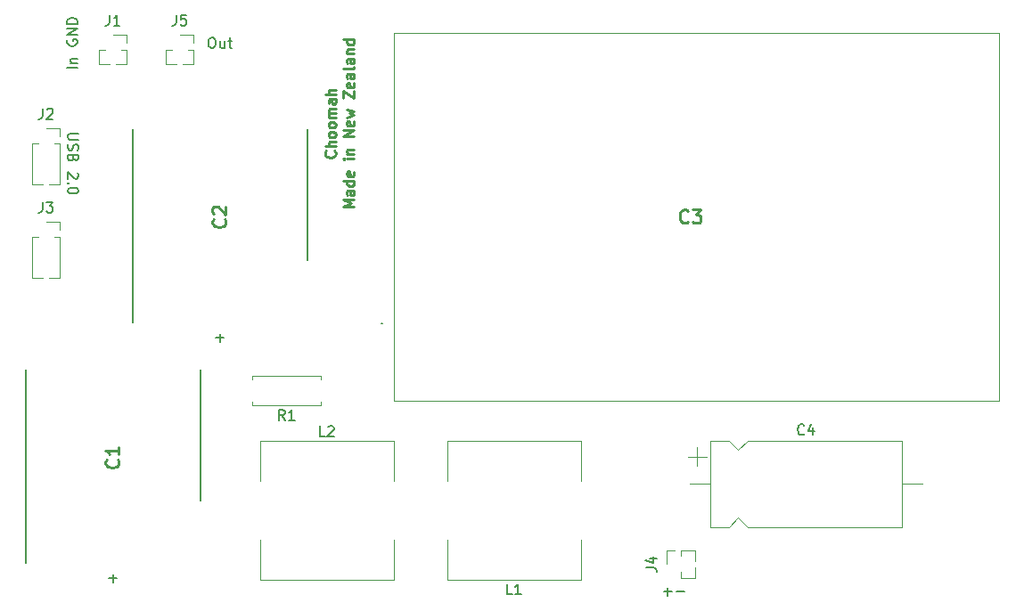
<source format=gbr>
%TF.GenerationSoftware,KiCad,Pcbnew,(5.1.10)-1*%
%TF.CreationDate,2021-08-13T16:37:02+12:00*%
%TF.ProjectId,pcbOutput,7063624f-7574-4707-9574-2e6b69636164,rev?*%
%TF.SameCoordinates,Original*%
%TF.FileFunction,Legend,Top*%
%TF.FilePolarity,Positive*%
%FSLAX46Y46*%
G04 Gerber Fmt 4.6, Leading zero omitted, Abs format (unit mm)*
G04 Created by KiCad (PCBNEW (5.1.10)-1) date 2021-08-13 16:37:02*
%MOMM*%
%LPD*%
G01*
G04 APERTURE LIST*
%ADD10C,0.150000*%
%ADD11C,0.250000*%
%ADD12C,0.120000*%
%ADD13C,0.200000*%
%ADD14C,0.100000*%
%ADD15C,0.254000*%
G04 APERTURE END LIST*
D10*
X34837619Y-47966666D02*
X34028095Y-47966666D01*
X33932857Y-48014285D01*
X33885238Y-48061904D01*
X33837619Y-48157142D01*
X33837619Y-48347619D01*
X33885238Y-48442857D01*
X33932857Y-48490476D01*
X34028095Y-48538095D01*
X34837619Y-48538095D01*
X33885238Y-48966666D02*
X33837619Y-49109523D01*
X33837619Y-49347619D01*
X33885238Y-49442857D01*
X33932857Y-49490476D01*
X34028095Y-49538095D01*
X34123333Y-49538095D01*
X34218571Y-49490476D01*
X34266190Y-49442857D01*
X34313809Y-49347619D01*
X34361428Y-49157142D01*
X34409047Y-49061904D01*
X34456666Y-49014285D01*
X34551904Y-48966666D01*
X34647142Y-48966666D01*
X34742380Y-49014285D01*
X34790000Y-49061904D01*
X34837619Y-49157142D01*
X34837619Y-49395238D01*
X34790000Y-49538095D01*
X34361428Y-50300000D02*
X34313809Y-50442857D01*
X34266190Y-50490476D01*
X34170952Y-50538095D01*
X34028095Y-50538095D01*
X33932857Y-50490476D01*
X33885238Y-50442857D01*
X33837619Y-50347619D01*
X33837619Y-49966666D01*
X34837619Y-49966666D01*
X34837619Y-50300000D01*
X34790000Y-50395238D01*
X34742380Y-50442857D01*
X34647142Y-50490476D01*
X34551904Y-50490476D01*
X34456666Y-50442857D01*
X34409047Y-50395238D01*
X34361428Y-50300000D01*
X34361428Y-49966666D01*
X34742380Y-51680952D02*
X34790000Y-51728571D01*
X34837619Y-51823809D01*
X34837619Y-52061904D01*
X34790000Y-52157142D01*
X34742380Y-52204761D01*
X34647142Y-52252380D01*
X34551904Y-52252380D01*
X34409047Y-52204761D01*
X33837619Y-51633333D01*
X33837619Y-52252380D01*
X33932857Y-52680952D02*
X33885238Y-52728571D01*
X33837619Y-52680952D01*
X33885238Y-52633333D01*
X33932857Y-52680952D01*
X33837619Y-52680952D01*
X34837619Y-53347619D02*
X34837619Y-53442857D01*
X34790000Y-53538095D01*
X34742380Y-53585714D01*
X34647142Y-53633333D01*
X34456666Y-53680952D01*
X34218571Y-53680952D01*
X34028095Y-53633333D01*
X33932857Y-53585714D01*
X33885238Y-53538095D01*
X33837619Y-53442857D01*
X33837619Y-53347619D01*
X33885238Y-53252380D01*
X33932857Y-53204761D01*
X34028095Y-53157142D01*
X34218571Y-53109523D01*
X34456666Y-53109523D01*
X34647142Y-53157142D01*
X34742380Y-53204761D01*
X34790000Y-53252380D01*
X34837619Y-53347619D01*
X47879047Y-67381428D02*
X48640952Y-67381428D01*
X48260000Y-67762380D02*
X48260000Y-67000476D01*
X37719047Y-90241428D02*
X38480952Y-90241428D01*
X38100000Y-90622380D02*
X38100000Y-89860476D01*
X90440000Y-91511428D02*
X91201904Y-91511428D01*
X90820952Y-91892380D02*
X90820952Y-91130476D01*
X91678095Y-91511428D02*
X92440000Y-91511428D01*
X47426666Y-38822380D02*
X47617142Y-38822380D01*
X47712380Y-38870000D01*
X47807619Y-38965238D01*
X47855238Y-39155714D01*
X47855238Y-39489047D01*
X47807619Y-39679523D01*
X47712380Y-39774761D01*
X47617142Y-39822380D01*
X47426666Y-39822380D01*
X47331428Y-39774761D01*
X47236190Y-39679523D01*
X47188571Y-39489047D01*
X47188571Y-39155714D01*
X47236190Y-38965238D01*
X47331428Y-38870000D01*
X47426666Y-38822380D01*
X48712380Y-39155714D02*
X48712380Y-39822380D01*
X48283809Y-39155714D02*
X48283809Y-39679523D01*
X48331428Y-39774761D01*
X48426666Y-39822380D01*
X48569523Y-39822380D01*
X48664761Y-39774761D01*
X48712380Y-39727142D01*
X49045714Y-39155714D02*
X49426666Y-39155714D01*
X49188571Y-38822380D02*
X49188571Y-39679523D01*
X49236190Y-39774761D01*
X49331428Y-39822380D01*
X49426666Y-39822380D01*
X34742380Y-41727142D02*
X33742380Y-41727142D01*
X34075714Y-41250952D02*
X34742380Y-41250952D01*
X34170952Y-41250952D02*
X34123333Y-41203333D01*
X34075714Y-41108095D01*
X34075714Y-40965238D01*
X34123333Y-40870000D01*
X34218571Y-40822380D01*
X34742380Y-40822380D01*
X33790000Y-39060476D02*
X33742380Y-39155714D01*
X33742380Y-39298571D01*
X33790000Y-39441428D01*
X33885238Y-39536666D01*
X33980476Y-39584285D01*
X34170952Y-39631904D01*
X34313809Y-39631904D01*
X34504285Y-39584285D01*
X34599523Y-39536666D01*
X34694761Y-39441428D01*
X34742380Y-39298571D01*
X34742380Y-39203333D01*
X34694761Y-39060476D01*
X34647142Y-39012857D01*
X34313809Y-39012857D01*
X34313809Y-39203333D01*
X34742380Y-38584285D02*
X33742380Y-38584285D01*
X34742380Y-38012857D01*
X33742380Y-38012857D01*
X34742380Y-37536666D02*
X33742380Y-37536666D01*
X33742380Y-37298571D01*
X33790000Y-37155714D01*
X33885238Y-37060476D01*
X33980476Y-37012857D01*
X34170952Y-36965238D01*
X34313809Y-36965238D01*
X34504285Y-37012857D01*
X34599523Y-37060476D01*
X34694761Y-37155714D01*
X34742380Y-37298571D01*
X34742380Y-37536666D01*
D11*
X59172142Y-49609047D02*
X59219761Y-49656666D01*
X59267380Y-49799523D01*
X59267380Y-49894761D01*
X59219761Y-50037619D01*
X59124523Y-50132857D01*
X59029285Y-50180476D01*
X58838809Y-50228095D01*
X58695952Y-50228095D01*
X58505476Y-50180476D01*
X58410238Y-50132857D01*
X58315000Y-50037619D01*
X58267380Y-49894761D01*
X58267380Y-49799523D01*
X58315000Y-49656666D01*
X58362619Y-49609047D01*
X59267380Y-49180476D02*
X58267380Y-49180476D01*
X59267380Y-48751904D02*
X58743571Y-48751904D01*
X58648333Y-48799523D01*
X58600714Y-48894761D01*
X58600714Y-49037619D01*
X58648333Y-49132857D01*
X58695952Y-49180476D01*
X59267380Y-48132857D02*
X59219761Y-48228095D01*
X59172142Y-48275714D01*
X59076904Y-48323333D01*
X58791190Y-48323333D01*
X58695952Y-48275714D01*
X58648333Y-48228095D01*
X58600714Y-48132857D01*
X58600714Y-47990000D01*
X58648333Y-47894761D01*
X58695952Y-47847142D01*
X58791190Y-47799523D01*
X59076904Y-47799523D01*
X59172142Y-47847142D01*
X59219761Y-47894761D01*
X59267380Y-47990000D01*
X59267380Y-48132857D01*
X59267380Y-47228095D02*
X59219761Y-47323333D01*
X59172142Y-47370952D01*
X59076904Y-47418571D01*
X58791190Y-47418571D01*
X58695952Y-47370952D01*
X58648333Y-47323333D01*
X58600714Y-47228095D01*
X58600714Y-47085238D01*
X58648333Y-46990000D01*
X58695952Y-46942380D01*
X58791190Y-46894761D01*
X59076904Y-46894761D01*
X59172142Y-46942380D01*
X59219761Y-46990000D01*
X59267380Y-47085238D01*
X59267380Y-47228095D01*
X59267380Y-46466190D02*
X58600714Y-46466190D01*
X58695952Y-46466190D02*
X58648333Y-46418571D01*
X58600714Y-46323333D01*
X58600714Y-46180476D01*
X58648333Y-46085238D01*
X58743571Y-46037619D01*
X59267380Y-46037619D01*
X58743571Y-46037619D02*
X58648333Y-45990000D01*
X58600714Y-45894761D01*
X58600714Y-45751904D01*
X58648333Y-45656666D01*
X58743571Y-45609047D01*
X59267380Y-45609047D01*
X59267380Y-44704285D02*
X58743571Y-44704285D01*
X58648333Y-44751904D01*
X58600714Y-44847142D01*
X58600714Y-45037619D01*
X58648333Y-45132857D01*
X59219761Y-44704285D02*
X59267380Y-44799523D01*
X59267380Y-45037619D01*
X59219761Y-45132857D01*
X59124523Y-45180476D01*
X59029285Y-45180476D01*
X58934047Y-45132857D01*
X58886428Y-45037619D01*
X58886428Y-44799523D01*
X58838809Y-44704285D01*
X59267380Y-44228095D02*
X58267380Y-44228095D01*
X59267380Y-43799523D02*
X58743571Y-43799523D01*
X58648333Y-43847142D01*
X58600714Y-43942380D01*
X58600714Y-44085238D01*
X58648333Y-44180476D01*
X58695952Y-44228095D01*
X61017380Y-54942380D02*
X60017380Y-54942380D01*
X60731666Y-54609047D01*
X60017380Y-54275714D01*
X61017380Y-54275714D01*
X61017380Y-53370952D02*
X60493571Y-53370952D01*
X60398333Y-53418571D01*
X60350714Y-53513809D01*
X60350714Y-53704285D01*
X60398333Y-53799523D01*
X60969761Y-53370952D02*
X61017380Y-53466190D01*
X61017380Y-53704285D01*
X60969761Y-53799523D01*
X60874523Y-53847142D01*
X60779285Y-53847142D01*
X60684047Y-53799523D01*
X60636428Y-53704285D01*
X60636428Y-53466190D01*
X60588809Y-53370952D01*
X61017380Y-52466190D02*
X60017380Y-52466190D01*
X60969761Y-52466190D02*
X61017380Y-52561428D01*
X61017380Y-52751904D01*
X60969761Y-52847142D01*
X60922142Y-52894761D01*
X60826904Y-52942380D01*
X60541190Y-52942380D01*
X60445952Y-52894761D01*
X60398333Y-52847142D01*
X60350714Y-52751904D01*
X60350714Y-52561428D01*
X60398333Y-52466190D01*
X60969761Y-51609047D02*
X61017380Y-51704285D01*
X61017380Y-51894761D01*
X60969761Y-51990000D01*
X60874523Y-52037619D01*
X60493571Y-52037619D01*
X60398333Y-51990000D01*
X60350714Y-51894761D01*
X60350714Y-51704285D01*
X60398333Y-51609047D01*
X60493571Y-51561428D01*
X60588809Y-51561428D01*
X60684047Y-52037619D01*
X61017380Y-50370952D02*
X60350714Y-50370952D01*
X60017380Y-50370952D02*
X60065000Y-50418571D01*
X60112619Y-50370952D01*
X60065000Y-50323333D01*
X60017380Y-50370952D01*
X60112619Y-50370952D01*
X60350714Y-49894761D02*
X61017380Y-49894761D01*
X60445952Y-49894761D02*
X60398333Y-49847142D01*
X60350714Y-49751904D01*
X60350714Y-49609047D01*
X60398333Y-49513809D01*
X60493571Y-49466190D01*
X61017380Y-49466190D01*
X61017380Y-48228095D02*
X60017380Y-48228095D01*
X61017380Y-47656666D01*
X60017380Y-47656666D01*
X60969761Y-46799523D02*
X61017380Y-46894761D01*
X61017380Y-47085238D01*
X60969761Y-47180476D01*
X60874523Y-47228095D01*
X60493571Y-47228095D01*
X60398333Y-47180476D01*
X60350714Y-47085238D01*
X60350714Y-46894761D01*
X60398333Y-46799523D01*
X60493571Y-46751904D01*
X60588809Y-46751904D01*
X60684047Y-47228095D01*
X60350714Y-46418571D02*
X61017380Y-46228095D01*
X60541190Y-46037619D01*
X61017380Y-45847142D01*
X60350714Y-45656666D01*
X60017380Y-44609047D02*
X60017380Y-43942380D01*
X61017380Y-44609047D01*
X61017380Y-43942380D01*
X60969761Y-43180476D02*
X61017380Y-43275714D01*
X61017380Y-43466190D01*
X60969761Y-43561428D01*
X60874523Y-43609047D01*
X60493571Y-43609047D01*
X60398333Y-43561428D01*
X60350714Y-43466190D01*
X60350714Y-43275714D01*
X60398333Y-43180476D01*
X60493571Y-43132857D01*
X60588809Y-43132857D01*
X60684047Y-43609047D01*
X61017380Y-42275714D02*
X60493571Y-42275714D01*
X60398333Y-42323333D01*
X60350714Y-42418571D01*
X60350714Y-42609047D01*
X60398333Y-42704285D01*
X60969761Y-42275714D02*
X61017380Y-42370952D01*
X61017380Y-42609047D01*
X60969761Y-42704285D01*
X60874523Y-42751904D01*
X60779285Y-42751904D01*
X60684047Y-42704285D01*
X60636428Y-42609047D01*
X60636428Y-42370952D01*
X60588809Y-42275714D01*
X61017380Y-41656666D02*
X60969761Y-41751904D01*
X60874523Y-41799523D01*
X60017380Y-41799523D01*
X61017380Y-40847142D02*
X60493571Y-40847142D01*
X60398333Y-40894761D01*
X60350714Y-40990000D01*
X60350714Y-41180476D01*
X60398333Y-41275714D01*
X60969761Y-40847142D02*
X61017380Y-40942380D01*
X61017380Y-41180476D01*
X60969761Y-41275714D01*
X60874523Y-41323333D01*
X60779285Y-41323333D01*
X60684047Y-41275714D01*
X60636428Y-41180476D01*
X60636428Y-40942380D01*
X60588809Y-40847142D01*
X60350714Y-40370952D02*
X61017380Y-40370952D01*
X60445952Y-40370952D02*
X60398333Y-40323333D01*
X60350714Y-40228095D01*
X60350714Y-40085238D01*
X60398333Y-39990000D01*
X60493571Y-39942380D01*
X61017380Y-39942380D01*
X61017380Y-39037619D02*
X60017380Y-39037619D01*
X60969761Y-39037619D02*
X61017380Y-39132857D01*
X61017380Y-39323333D01*
X60969761Y-39418571D01*
X60922142Y-39466190D01*
X60826904Y-39513809D01*
X60541190Y-39513809D01*
X60445952Y-39466190D01*
X60398333Y-39418571D01*
X60350714Y-39323333D01*
X60350714Y-39132857D01*
X60398333Y-39037619D01*
D12*
%TO.C,R1*%
X51340000Y-71020000D02*
X51340000Y-71350000D01*
X57880000Y-71020000D02*
X51340000Y-71020000D01*
X57880000Y-71350000D02*
X57880000Y-71020000D01*
X51340000Y-73760000D02*
X51340000Y-73430000D01*
X57880000Y-73760000D02*
X51340000Y-73760000D01*
X57880000Y-73430000D02*
X57880000Y-73760000D01*
%TO.C,L2*%
X52070000Y-81020000D02*
X52070000Y-77220000D01*
X52070000Y-77220000D02*
X58420000Y-77220000D01*
X64770000Y-81020000D02*
X64770000Y-77220000D01*
X64770000Y-77220000D02*
X58420000Y-77220000D01*
X64770000Y-86620000D02*
X64770000Y-90420000D01*
X64770000Y-90420000D02*
X58420000Y-90420000D01*
X52070000Y-86620000D02*
X52070000Y-90420000D01*
X52070000Y-90420000D02*
X58420000Y-90420000D01*
%TO.C,L1*%
X82550000Y-86620000D02*
X82550000Y-90420000D01*
X82550000Y-90420000D02*
X76200000Y-90420000D01*
X69850000Y-86620000D02*
X69850000Y-90420000D01*
X69850000Y-90420000D02*
X76200000Y-90420000D01*
X69850000Y-81020000D02*
X69850000Y-77220000D01*
X69850000Y-77220000D02*
X76200000Y-77220000D01*
X82550000Y-81020000D02*
X82550000Y-77220000D01*
X82550000Y-77220000D02*
X76200000Y-77220000D01*
%TO.C,J5*%
X43120000Y-40005000D02*
X43690000Y-40005000D01*
X45210000Y-40005000D02*
X45780000Y-40005000D01*
X43120000Y-40005000D02*
X43120000Y-41335000D01*
X43120000Y-41335000D02*
X44142470Y-41335000D01*
X44757530Y-41335000D02*
X45780000Y-41335000D01*
X45780000Y-40005000D02*
X45780000Y-41335000D01*
X45780000Y-38610000D02*
X45780000Y-39370000D01*
X44450000Y-38610000D02*
X45780000Y-38610000D01*
%TO.C,J4*%
X92075000Y-90230000D02*
X92075000Y-89660000D01*
X92075000Y-88140000D02*
X92075000Y-87570000D01*
X92075000Y-90230000D02*
X93405000Y-90230000D01*
X93405000Y-90230000D02*
X93405000Y-89207530D01*
X93405000Y-88592470D02*
X93405000Y-87570000D01*
X92075000Y-87570000D02*
X93405000Y-87570000D01*
X90680000Y-87570000D02*
X91440000Y-87570000D01*
X90680000Y-88900000D02*
X90680000Y-87570000D01*
%TO.C,J3*%
X30420000Y-57785000D02*
X30990000Y-57785000D01*
X32510000Y-57785000D02*
X33080000Y-57785000D01*
X30420000Y-57785000D02*
X30420000Y-61655000D01*
X30420000Y-61655000D02*
X31442470Y-61655000D01*
X32057530Y-61655000D02*
X33080000Y-61655000D01*
X33080000Y-57785000D02*
X33080000Y-61655000D01*
X33080000Y-56390000D02*
X33080000Y-57150000D01*
X31750000Y-56390000D02*
X33080000Y-56390000D01*
%TO.C,J2*%
X30420000Y-48895000D02*
X30990000Y-48895000D01*
X32510000Y-48895000D02*
X33080000Y-48895000D01*
X30420000Y-48895000D02*
X30420000Y-52765000D01*
X30420000Y-52765000D02*
X31442470Y-52765000D01*
X32057530Y-52765000D02*
X33080000Y-52765000D01*
X33080000Y-48895000D02*
X33080000Y-52765000D01*
X33080000Y-47500000D02*
X33080000Y-48260000D01*
X31750000Y-47500000D02*
X33080000Y-47500000D01*
%TO.C,J1*%
X36770000Y-40005000D02*
X37340000Y-40005000D01*
X38860000Y-40005000D02*
X39430000Y-40005000D01*
X36770000Y-40005000D02*
X36770000Y-41335000D01*
X36770000Y-41335000D02*
X37792470Y-41335000D01*
X38407530Y-41335000D02*
X39430000Y-41335000D01*
X39430000Y-40005000D02*
X39430000Y-41335000D01*
X39430000Y-38610000D02*
X39430000Y-39370000D01*
X38100000Y-38610000D02*
X39430000Y-38610000D01*
%TO.C,C4*%
X92720000Y-78680000D02*
X94520000Y-78680000D01*
X93620000Y-77780000D02*
X93620000Y-79580000D01*
X94820000Y-77160000D02*
X94820000Y-85400000D01*
X113060000Y-77160000D02*
X113060000Y-85400000D01*
X94820000Y-77160000D02*
X96620000Y-77160000D01*
X96620000Y-77160000D02*
X97520000Y-78060000D01*
X97520000Y-78060000D02*
X98420000Y-77160000D01*
X98420000Y-77160000D02*
X113060000Y-77160000D01*
X94820000Y-85400000D02*
X96620000Y-85400000D01*
X96620000Y-85400000D02*
X97520000Y-84500000D01*
X97520000Y-84500000D02*
X98420000Y-85400000D01*
X98420000Y-85400000D02*
X113060000Y-85400000D01*
X92880000Y-81280000D02*
X94820000Y-81280000D01*
X115000000Y-81280000D02*
X113060000Y-81280000D01*
D13*
%TO.C,C3*%
X63710000Y-66040000D02*
G75*
G02*
X63610000Y-66040000I-50000J0D01*
G01*
X63610000Y-66040000D02*
G75*
G02*
X63710000Y-66040000I50000J0D01*
G01*
X63710000Y-66040000D02*
G75*
G02*
X63610000Y-66040000I-50000J0D01*
G01*
X63610000Y-66040000D02*
X63610000Y-66040000D01*
X63710000Y-66040000D02*
X63710000Y-66040000D01*
X63610000Y-66040000D02*
X63610000Y-66040000D01*
D14*
X64810000Y-73390000D02*
X64810000Y-38390000D01*
X122310000Y-73390000D02*
X64810000Y-73390000D01*
X122310000Y-38390000D02*
X122310000Y-73390000D01*
X64810000Y-38390000D02*
X122310000Y-38390000D01*
D13*
%TO.C,C2*%
X56560000Y-60030000D02*
X56560000Y-47580000D01*
X39960000Y-65955000D02*
X39960000Y-47580000D01*
%TO.C,C1*%
X46400000Y-82890000D02*
X46400000Y-70440000D01*
X29800000Y-88815000D02*
X29800000Y-70440000D01*
%TO.C,R1*%
D10*
X54443333Y-75212380D02*
X54110000Y-74736190D01*
X53871904Y-75212380D02*
X53871904Y-74212380D01*
X54252857Y-74212380D01*
X54348095Y-74260000D01*
X54395714Y-74307619D01*
X54443333Y-74402857D01*
X54443333Y-74545714D01*
X54395714Y-74640952D01*
X54348095Y-74688571D01*
X54252857Y-74736190D01*
X53871904Y-74736190D01*
X55395714Y-75212380D02*
X54824285Y-75212380D01*
X55110000Y-75212380D02*
X55110000Y-74212380D01*
X55014761Y-74355238D01*
X54919523Y-74450476D01*
X54824285Y-74498095D01*
%TO.C,L2*%
X58253333Y-76772380D02*
X57777142Y-76772380D01*
X57777142Y-75772380D01*
X58539047Y-75867619D02*
X58586666Y-75820000D01*
X58681904Y-75772380D01*
X58920000Y-75772380D01*
X59015238Y-75820000D01*
X59062857Y-75867619D01*
X59110476Y-75962857D01*
X59110476Y-76058095D01*
X59062857Y-76200952D01*
X58491428Y-76772380D01*
X59110476Y-76772380D01*
%TO.C,L1*%
X76033333Y-91772380D02*
X75557142Y-91772380D01*
X75557142Y-90772380D01*
X76890476Y-91772380D02*
X76319047Y-91772380D01*
X76604761Y-91772380D02*
X76604761Y-90772380D01*
X76509523Y-90915238D01*
X76414285Y-91010476D01*
X76319047Y-91058095D01*
%TO.C,J5*%
X44116666Y-36687380D02*
X44116666Y-37401666D01*
X44069047Y-37544523D01*
X43973809Y-37639761D01*
X43830952Y-37687380D01*
X43735714Y-37687380D01*
X45069047Y-36687380D02*
X44592857Y-36687380D01*
X44545238Y-37163571D01*
X44592857Y-37115952D01*
X44688095Y-37068333D01*
X44926190Y-37068333D01*
X45021428Y-37115952D01*
X45069047Y-37163571D01*
X45116666Y-37258809D01*
X45116666Y-37496904D01*
X45069047Y-37592142D01*
X45021428Y-37639761D01*
X44926190Y-37687380D01*
X44688095Y-37687380D01*
X44592857Y-37639761D01*
X44545238Y-37592142D01*
%TO.C,J4*%
X88757380Y-89233333D02*
X89471666Y-89233333D01*
X89614523Y-89280952D01*
X89709761Y-89376190D01*
X89757380Y-89519047D01*
X89757380Y-89614285D01*
X89090714Y-88328571D02*
X89757380Y-88328571D01*
X88709761Y-88566666D02*
X89424047Y-88804761D01*
X89424047Y-88185714D01*
%TO.C,J3*%
X31416666Y-54467380D02*
X31416666Y-55181666D01*
X31369047Y-55324523D01*
X31273809Y-55419761D01*
X31130952Y-55467380D01*
X31035714Y-55467380D01*
X31797619Y-54467380D02*
X32416666Y-54467380D01*
X32083333Y-54848333D01*
X32226190Y-54848333D01*
X32321428Y-54895952D01*
X32369047Y-54943571D01*
X32416666Y-55038809D01*
X32416666Y-55276904D01*
X32369047Y-55372142D01*
X32321428Y-55419761D01*
X32226190Y-55467380D01*
X31940476Y-55467380D01*
X31845238Y-55419761D01*
X31797619Y-55372142D01*
%TO.C,J2*%
X31416666Y-45577380D02*
X31416666Y-46291666D01*
X31369047Y-46434523D01*
X31273809Y-46529761D01*
X31130952Y-46577380D01*
X31035714Y-46577380D01*
X31845238Y-45672619D02*
X31892857Y-45625000D01*
X31988095Y-45577380D01*
X32226190Y-45577380D01*
X32321428Y-45625000D01*
X32369047Y-45672619D01*
X32416666Y-45767857D01*
X32416666Y-45863095D01*
X32369047Y-46005952D01*
X31797619Y-46577380D01*
X32416666Y-46577380D01*
%TO.C,J1*%
X37766666Y-36687380D02*
X37766666Y-37401666D01*
X37719047Y-37544523D01*
X37623809Y-37639761D01*
X37480952Y-37687380D01*
X37385714Y-37687380D01*
X38766666Y-37687380D02*
X38195238Y-37687380D01*
X38480952Y-37687380D02*
X38480952Y-36687380D01*
X38385714Y-36830238D01*
X38290476Y-36925476D01*
X38195238Y-36973095D01*
%TO.C,C4*%
X103773333Y-76517142D02*
X103725714Y-76564761D01*
X103582857Y-76612380D01*
X103487619Y-76612380D01*
X103344761Y-76564761D01*
X103249523Y-76469523D01*
X103201904Y-76374285D01*
X103154285Y-76183809D01*
X103154285Y-76040952D01*
X103201904Y-75850476D01*
X103249523Y-75755238D01*
X103344761Y-75660000D01*
X103487619Y-75612380D01*
X103582857Y-75612380D01*
X103725714Y-75660000D01*
X103773333Y-75707619D01*
X104630476Y-75945714D02*
X104630476Y-76612380D01*
X104392380Y-75564761D02*
X104154285Y-76279047D01*
X104773333Y-76279047D01*
%TO.C,C3*%
D15*
X92748333Y-56343571D02*
X92687857Y-56404047D01*
X92506428Y-56464523D01*
X92385476Y-56464523D01*
X92204047Y-56404047D01*
X92083095Y-56283095D01*
X92022619Y-56162142D01*
X91962142Y-55920238D01*
X91962142Y-55738809D01*
X92022619Y-55496904D01*
X92083095Y-55375952D01*
X92204047Y-55255000D01*
X92385476Y-55194523D01*
X92506428Y-55194523D01*
X92687857Y-55255000D01*
X92748333Y-55315476D01*
X93171666Y-55194523D02*
X93957857Y-55194523D01*
X93534523Y-55678333D01*
X93715952Y-55678333D01*
X93836904Y-55738809D01*
X93897380Y-55799285D01*
X93957857Y-55920238D01*
X93957857Y-56222619D01*
X93897380Y-56343571D01*
X93836904Y-56404047D01*
X93715952Y-56464523D01*
X93353095Y-56464523D01*
X93232142Y-56404047D01*
X93171666Y-56343571D01*
%TO.C,C2*%
X48713571Y-56091666D02*
X48774047Y-56152142D01*
X48834523Y-56333571D01*
X48834523Y-56454523D01*
X48774047Y-56635952D01*
X48653095Y-56756904D01*
X48532142Y-56817380D01*
X48290238Y-56877857D01*
X48108809Y-56877857D01*
X47866904Y-56817380D01*
X47745952Y-56756904D01*
X47625000Y-56635952D01*
X47564523Y-56454523D01*
X47564523Y-56333571D01*
X47625000Y-56152142D01*
X47685476Y-56091666D01*
X47685476Y-55607857D02*
X47625000Y-55547380D01*
X47564523Y-55426428D01*
X47564523Y-55124047D01*
X47625000Y-55003095D01*
X47685476Y-54942619D01*
X47806428Y-54882142D01*
X47927380Y-54882142D01*
X48108809Y-54942619D01*
X48834523Y-55668333D01*
X48834523Y-54882142D01*
%TO.C,C1*%
X38553571Y-78951666D02*
X38614047Y-79012142D01*
X38674523Y-79193571D01*
X38674523Y-79314523D01*
X38614047Y-79495952D01*
X38493095Y-79616904D01*
X38372142Y-79677380D01*
X38130238Y-79737857D01*
X37948809Y-79737857D01*
X37706904Y-79677380D01*
X37585952Y-79616904D01*
X37465000Y-79495952D01*
X37404523Y-79314523D01*
X37404523Y-79193571D01*
X37465000Y-79012142D01*
X37525476Y-78951666D01*
X38674523Y-77742142D02*
X38674523Y-78467857D01*
X38674523Y-78105000D02*
X37404523Y-78105000D01*
X37585952Y-78225952D01*
X37706904Y-78346904D01*
X37767380Y-78467857D01*
%TD*%
M02*

</source>
